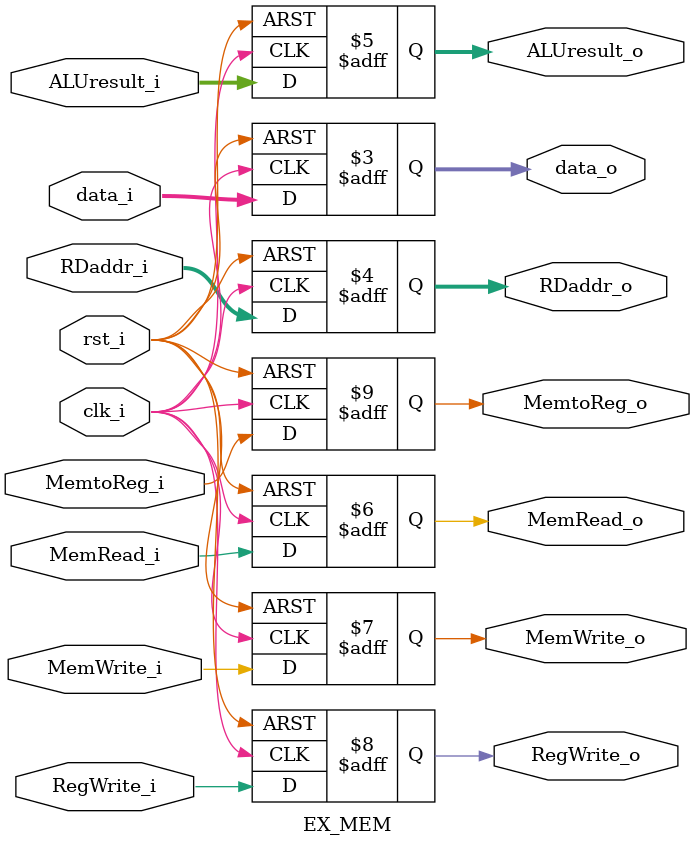
<source format=v>
module EX_MEM
(
	clk_i,
	rst_i,
	data_i,
	data_o,
	RDaddr_i,
	RDaddr_o,
	ALUresult_i,
	ALUresult_o,
	MemRead_i,
	MemRead_o,
	MemWrite_i,
	MemWrite_o,
	RegWrite_i,
	RegWrite_o,
	MemtoReg_i,
	MemtoReg_o
);

input               clk_i;
input				rst_i;
input      [31 : 0]  data_i;
output reg [31 : 0]  data_o;
input      [4 : 0]  RDaddr_i;
output reg [4 : 0]  RDaddr_o;
input      [31 : 0] ALUresult_i;
output reg [31 : 0] ALUresult_o;
input               MemRead_i;
output reg          MemRead_o;
input               MemWrite_i;
output reg          MemWrite_o;
input               RegWrite_i;
output reg          RegWrite_o;
input               MemtoReg_i;
output reg          MemtoReg_o;
 
always @(posedge clk_i or negedge rst_i)
begin
	if (!rst_i)
	begin
		data_o <= 0;
		RDaddr_o <= 0;
		ALUresult_o <= 0;
		MemRead_o <= 0;
		MemWrite_o <= 0;
		RegWrite_o <= 0;
		MemtoReg_o <= 0;
	end
	else
	begin
		data_o <= data_i;
		RDaddr_o <= RDaddr_i;
		ALUresult_o <= ALUresult_i;
		MemRead_o <= MemRead_i;
		MemWrite_o <= MemWrite_i;
		RegWrite_o <= RegWrite_i;
		MemtoReg_o <= MemtoReg_i;
	end
end
   
endmodule
</source>
